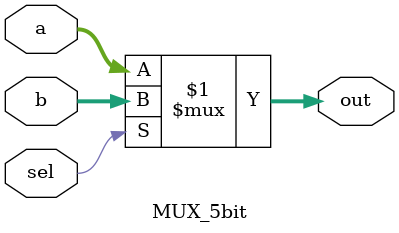
<source format=v>
module MUX_5bit(
    input sel,
    input [4:0] a,
    input [4:0] b,
    output [4:0] out
);
    assign out = sel ? b : a;
endmodule
</source>
